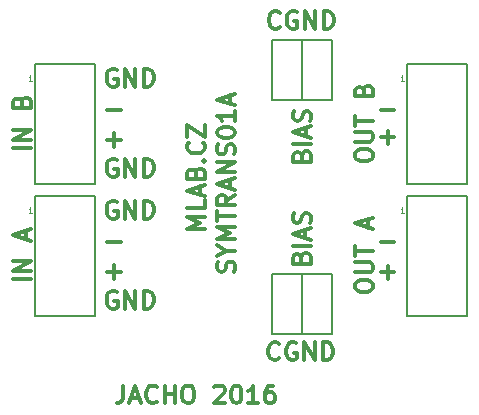
<source format=gbr>
G04 #@! TF.FileFunction,Legend,Top*
%FSLAX46Y46*%
G04 Gerber Fmt 4.6, Leading zero omitted, Abs format (unit mm)*
G04 Created by KiCad (PCBNEW (2016-09-17 revision 679eef1)-makepkg) date 09/22/16 11:02:43*
%MOMM*%
%LPD*%
G01*
G04 APERTURE LIST*
%ADD10C,0.150000*%
%ADD11C,0.300000*%
%ADD12C,0.050000*%
G04 APERTURE END LIST*
D10*
D11*
X23222971Y6017485D02*
X23151542Y5946057D01*
X22937257Y5874628D01*
X22794400Y5874628D01*
X22580114Y5946057D01*
X22437257Y6088914D01*
X22365828Y6231771D01*
X22294400Y6517485D01*
X22294400Y6731771D01*
X22365828Y7017485D01*
X22437257Y7160342D01*
X22580114Y7303200D01*
X22794400Y7374628D01*
X22937257Y7374628D01*
X23151542Y7303200D01*
X23222971Y7231771D01*
X24651542Y7303200D02*
X24508685Y7374628D01*
X24294400Y7374628D01*
X24080114Y7303200D01*
X23937257Y7160342D01*
X23865828Y7017485D01*
X23794400Y6731771D01*
X23794400Y6517485D01*
X23865828Y6231771D01*
X23937257Y6088914D01*
X24080114Y5946057D01*
X24294400Y5874628D01*
X24437257Y5874628D01*
X24651542Y5946057D01*
X24722971Y6017485D01*
X24722971Y6517485D01*
X24437257Y6517485D01*
X25365828Y5874628D02*
X25365828Y7374628D01*
X26222971Y5874628D01*
X26222971Y7374628D01*
X26937257Y5874628D02*
X26937257Y7374628D01*
X27294400Y7374628D01*
X27508685Y7303200D01*
X27651542Y7160342D01*
X27722971Y7017485D01*
X27794400Y6731771D01*
X27794400Y6517485D01*
X27722971Y6231771D01*
X27651542Y6088914D01*
X27508685Y5946057D01*
X27294400Y5874628D01*
X26937257Y5874628D01*
X23273771Y34059085D02*
X23202342Y33987657D01*
X22988057Y33916228D01*
X22845200Y33916228D01*
X22630914Y33987657D01*
X22488057Y34130514D01*
X22416628Y34273371D01*
X22345200Y34559085D01*
X22345200Y34773371D01*
X22416628Y35059085D01*
X22488057Y35201942D01*
X22630914Y35344800D01*
X22845200Y35416228D01*
X22988057Y35416228D01*
X23202342Y35344800D01*
X23273771Y35273371D01*
X24702342Y35344800D02*
X24559485Y35416228D01*
X24345200Y35416228D01*
X24130914Y35344800D01*
X23988057Y35201942D01*
X23916628Y35059085D01*
X23845200Y34773371D01*
X23845200Y34559085D01*
X23916628Y34273371D01*
X23988057Y34130514D01*
X24130914Y33987657D01*
X24345200Y33916228D01*
X24488057Y33916228D01*
X24702342Y33987657D01*
X24773771Y34059085D01*
X24773771Y34559085D01*
X24488057Y34559085D01*
X25416628Y33916228D02*
X25416628Y35416228D01*
X26273771Y33916228D01*
X26273771Y35416228D01*
X26988057Y33916228D02*
X26988057Y35416228D01*
X27345200Y35416228D01*
X27559485Y35344800D01*
X27702342Y35201942D01*
X27773771Y35059085D01*
X27845200Y34773371D01*
X27845200Y34559085D01*
X27773771Y34273371D01*
X27702342Y34130514D01*
X27559485Y33987657D01*
X27345200Y33916228D01*
X26988057Y33916228D01*
X25089657Y14547257D02*
X25161085Y14761542D01*
X25232514Y14832971D01*
X25375371Y14904400D01*
X25589657Y14904400D01*
X25732514Y14832971D01*
X25803942Y14761542D01*
X25875371Y14618685D01*
X25875371Y14047257D01*
X24375371Y14047257D01*
X24375371Y14547257D01*
X24446800Y14690114D01*
X24518228Y14761542D01*
X24661085Y14832971D01*
X24803942Y14832971D01*
X24946800Y14761542D01*
X25018228Y14690114D01*
X25089657Y14547257D01*
X25089657Y14047257D01*
X25875371Y15547257D02*
X24375371Y15547257D01*
X25446800Y16190114D02*
X25446800Y16904400D01*
X25875371Y16047257D02*
X24375371Y16547257D01*
X25875371Y17047257D01*
X25803942Y17475828D02*
X25875371Y17690114D01*
X25875371Y18047257D01*
X25803942Y18190114D01*
X25732514Y18261542D01*
X25589657Y18332971D01*
X25446800Y18332971D01*
X25303942Y18261542D01*
X25232514Y18190114D01*
X25161085Y18047257D01*
X25089657Y17761542D01*
X25018228Y17618685D01*
X24946800Y17547257D01*
X24803942Y17475828D01*
X24661085Y17475828D01*
X24518228Y17547257D01*
X24446800Y17618685D01*
X24375371Y17761542D01*
X24375371Y18118685D01*
X24446800Y18332971D01*
X25140457Y23183257D02*
X25211885Y23397542D01*
X25283314Y23468971D01*
X25426171Y23540400D01*
X25640457Y23540400D01*
X25783314Y23468971D01*
X25854742Y23397542D01*
X25926171Y23254685D01*
X25926171Y22683257D01*
X24426171Y22683257D01*
X24426171Y23183257D01*
X24497600Y23326114D01*
X24569028Y23397542D01*
X24711885Y23468971D01*
X24854742Y23468971D01*
X24997600Y23397542D01*
X25069028Y23326114D01*
X25140457Y23183257D01*
X25140457Y22683257D01*
X25926171Y24183257D02*
X24426171Y24183257D01*
X25497600Y24826114D02*
X25497600Y25540400D01*
X25926171Y24683257D02*
X24426171Y25183257D01*
X25926171Y25683257D01*
X25854742Y26111828D02*
X25926171Y26326114D01*
X25926171Y26683257D01*
X25854742Y26826114D01*
X25783314Y26897542D01*
X25640457Y26968971D01*
X25497600Y26968971D01*
X25354742Y26897542D01*
X25283314Y26826114D01*
X25211885Y26683257D01*
X25140457Y26397542D01*
X25069028Y26254685D01*
X24997600Y26183257D01*
X24854742Y26111828D01*
X24711885Y26111828D01*
X24569028Y26183257D01*
X24497600Y26254685D01*
X24426171Y26397542D01*
X24426171Y26754685D01*
X24497600Y26968971D01*
X10026628Y3717028D02*
X10026628Y2645600D01*
X9955200Y2431314D01*
X9812342Y2288457D01*
X9598057Y2217028D01*
X9455200Y2217028D01*
X10669485Y2645600D02*
X11383771Y2645600D01*
X10526628Y2217028D02*
X11026628Y3717028D01*
X11526628Y2217028D01*
X12883771Y2359885D02*
X12812342Y2288457D01*
X12598057Y2217028D01*
X12455200Y2217028D01*
X12240914Y2288457D01*
X12098057Y2431314D01*
X12026628Y2574171D01*
X11955200Y2859885D01*
X11955200Y3074171D01*
X12026628Y3359885D01*
X12098057Y3502742D01*
X12240914Y3645600D01*
X12455200Y3717028D01*
X12598057Y3717028D01*
X12812342Y3645600D01*
X12883771Y3574171D01*
X13526628Y2217028D02*
X13526628Y3717028D01*
X13526628Y3002742D02*
X14383771Y3002742D01*
X14383771Y2217028D02*
X14383771Y3717028D01*
X15383771Y3717028D02*
X15669485Y3717028D01*
X15812342Y3645600D01*
X15955200Y3502742D01*
X16026628Y3217028D01*
X16026628Y2717028D01*
X15955200Y2431314D01*
X15812342Y2288457D01*
X15669485Y2217028D01*
X15383771Y2217028D01*
X15240914Y2288457D01*
X15098057Y2431314D01*
X15026628Y2717028D01*
X15026628Y3217028D01*
X15098057Y3502742D01*
X15240914Y3645600D01*
X15383771Y3717028D01*
X17740914Y3574171D02*
X17812342Y3645600D01*
X17955200Y3717028D01*
X18312342Y3717028D01*
X18455200Y3645600D01*
X18526628Y3574171D01*
X18598057Y3431314D01*
X18598057Y3288457D01*
X18526628Y3074171D01*
X17669485Y2217028D01*
X18598057Y2217028D01*
X19526628Y3717028D02*
X19669485Y3717028D01*
X19812342Y3645600D01*
X19883771Y3574171D01*
X19955200Y3431314D01*
X20026628Y3145600D01*
X20026628Y2788457D01*
X19955200Y2502742D01*
X19883771Y2359885D01*
X19812342Y2288457D01*
X19669485Y2217028D01*
X19526628Y2217028D01*
X19383771Y2288457D01*
X19312342Y2359885D01*
X19240914Y2502742D01*
X19169485Y2788457D01*
X19169485Y3145600D01*
X19240914Y3431314D01*
X19312342Y3574171D01*
X19383771Y3645600D01*
X19526628Y3717028D01*
X21455200Y2217028D02*
X20598057Y2217028D01*
X21026628Y2217028D02*
X21026628Y3717028D01*
X20883771Y3502742D01*
X20740914Y3359885D01*
X20598057Y3288457D01*
X22740914Y3717028D02*
X22455200Y3717028D01*
X22312342Y3645600D01*
X22240914Y3574171D01*
X22098057Y3359885D01*
X22026628Y3074171D01*
X22026628Y2502742D01*
X22098057Y2359885D01*
X22169485Y2288457D01*
X22312342Y2217028D01*
X22598057Y2217028D01*
X22740914Y2288457D01*
X22812342Y2359885D01*
X22883771Y2502742D01*
X22883771Y2859885D01*
X22812342Y3002742D01*
X22740914Y3074171D01*
X22598057Y3145600D01*
X22312342Y3145600D01*
X22169485Y3074171D01*
X22098057Y3002742D01*
X22026628Y2859885D01*
X16934571Y17014571D02*
X15434571Y17014571D01*
X16506000Y17514571D01*
X15434571Y18014571D01*
X16934571Y18014571D01*
X16934571Y19443142D02*
X16934571Y18728857D01*
X15434571Y18728857D01*
X16506000Y19871714D02*
X16506000Y20586000D01*
X16934571Y19728857D02*
X15434571Y20228857D01*
X16934571Y20728857D01*
X16148857Y21728857D02*
X16220285Y21943142D01*
X16291714Y22014571D01*
X16434571Y22086000D01*
X16648857Y22086000D01*
X16791714Y22014571D01*
X16863142Y21943142D01*
X16934571Y21800285D01*
X16934571Y21228857D01*
X15434571Y21228857D01*
X15434571Y21728857D01*
X15506000Y21871714D01*
X15577428Y21943142D01*
X15720285Y22014571D01*
X15863142Y22014571D01*
X16006000Y21943142D01*
X16077428Y21871714D01*
X16148857Y21728857D01*
X16148857Y21228857D01*
X16791714Y22728857D02*
X16863142Y22800285D01*
X16934571Y22728857D01*
X16863142Y22657428D01*
X16791714Y22728857D01*
X16934571Y22728857D01*
X16791714Y24300285D02*
X16863142Y24228857D01*
X16934571Y24014571D01*
X16934571Y23871714D01*
X16863142Y23657428D01*
X16720285Y23514571D01*
X16577428Y23443142D01*
X16291714Y23371714D01*
X16077428Y23371714D01*
X15791714Y23443142D01*
X15648857Y23514571D01*
X15506000Y23657428D01*
X15434571Y23871714D01*
X15434571Y24014571D01*
X15506000Y24228857D01*
X15577428Y24300285D01*
X15434571Y24800285D02*
X15434571Y25800285D01*
X16934571Y24800285D01*
X16934571Y25800285D01*
X19403142Y13363714D02*
X19474571Y13578000D01*
X19474571Y13935142D01*
X19403142Y14078000D01*
X19331714Y14149428D01*
X19188857Y14220857D01*
X19046000Y14220857D01*
X18903142Y14149428D01*
X18831714Y14078000D01*
X18760285Y13935142D01*
X18688857Y13649428D01*
X18617428Y13506571D01*
X18546000Y13435142D01*
X18403142Y13363714D01*
X18260285Y13363714D01*
X18117428Y13435142D01*
X18046000Y13506571D01*
X17974571Y13649428D01*
X17974571Y14006571D01*
X18046000Y14220857D01*
X18760285Y15149428D02*
X19474571Y15149428D01*
X17974571Y14649428D02*
X18760285Y15149428D01*
X17974571Y15649428D01*
X19474571Y16149428D02*
X17974571Y16149428D01*
X19046000Y16649428D01*
X17974571Y17149428D01*
X19474571Y17149428D01*
X17974571Y17649428D02*
X17974571Y18506571D01*
X19474571Y18078000D02*
X17974571Y18078000D01*
X19474571Y19863714D02*
X18760285Y19363714D01*
X19474571Y19006571D02*
X17974571Y19006571D01*
X17974571Y19578000D01*
X18046000Y19720857D01*
X18117428Y19792285D01*
X18260285Y19863714D01*
X18474571Y19863714D01*
X18617428Y19792285D01*
X18688857Y19720857D01*
X18760285Y19578000D01*
X18760285Y19006571D01*
X19046000Y20435142D02*
X19046000Y21149428D01*
X19474571Y20292285D02*
X17974571Y20792285D01*
X19474571Y21292285D01*
X19474571Y21792285D02*
X17974571Y21792285D01*
X19474571Y22649428D01*
X17974571Y22649428D01*
X19403142Y23292285D02*
X19474571Y23506571D01*
X19474571Y23863714D01*
X19403142Y24006571D01*
X19331714Y24078000D01*
X19188857Y24149428D01*
X19046000Y24149428D01*
X18903142Y24078000D01*
X18831714Y24006571D01*
X18760285Y23863714D01*
X18688857Y23578000D01*
X18617428Y23435142D01*
X18546000Y23363714D01*
X18403142Y23292285D01*
X18260285Y23292285D01*
X18117428Y23363714D01*
X18046000Y23435142D01*
X17974571Y23578000D01*
X17974571Y23935142D01*
X18046000Y24149428D01*
X17974571Y25078000D02*
X17974571Y25220857D01*
X18046000Y25363714D01*
X18117428Y25435142D01*
X18260285Y25506571D01*
X18546000Y25578000D01*
X18903142Y25578000D01*
X19188857Y25506571D01*
X19331714Y25435142D01*
X19403142Y25363714D01*
X19474571Y25220857D01*
X19474571Y25078000D01*
X19403142Y24935142D01*
X19331714Y24863714D01*
X19188857Y24792285D01*
X18903142Y24720857D01*
X18546000Y24720857D01*
X18260285Y24792285D01*
X18117428Y24863714D01*
X18046000Y24935142D01*
X17974571Y25078000D01*
X19474571Y27006571D02*
X19474571Y26149428D01*
X19474571Y26578000D02*
X17974571Y26578000D01*
X18188857Y26435142D01*
X18331714Y26292285D01*
X18403142Y26149428D01*
X19046000Y27578000D02*
X19046000Y28292285D01*
X19474571Y27435142D02*
X17974571Y27935142D01*
X19474571Y28435142D01*
X32975857Y24745142D02*
X31833000Y24745142D01*
X32404428Y25316571D02*
X32404428Y24173714D01*
X9465857Y11672000D02*
X9323000Y11743428D01*
X9108714Y11743428D01*
X8894428Y11672000D01*
X8751571Y11529142D01*
X8680142Y11386285D01*
X8608714Y11100571D01*
X8608714Y10886285D01*
X8680142Y10600571D01*
X8751571Y10457714D01*
X8894428Y10314857D01*
X9108714Y10243428D01*
X9251571Y10243428D01*
X9465857Y10314857D01*
X9537285Y10386285D01*
X9537285Y10886285D01*
X9251571Y10886285D01*
X10180142Y10243428D02*
X10180142Y11743428D01*
X11037285Y10243428D01*
X11037285Y11743428D01*
X11751571Y10243428D02*
X11751571Y11743428D01*
X12108714Y11743428D01*
X12323000Y11672000D01*
X12465857Y11529142D01*
X12537285Y11386285D01*
X12608714Y11100571D01*
X12608714Y10886285D01*
X12537285Y10600571D01*
X12465857Y10457714D01*
X12323000Y10314857D01*
X12108714Y10243428D01*
X11751571Y10243428D01*
X9465857Y19292000D02*
X9323000Y19363428D01*
X9108714Y19363428D01*
X8894428Y19292000D01*
X8751571Y19149142D01*
X8680142Y19006285D01*
X8608714Y18720571D01*
X8608714Y18506285D01*
X8680142Y18220571D01*
X8751571Y18077714D01*
X8894428Y17934857D01*
X9108714Y17863428D01*
X9251571Y17863428D01*
X9465857Y17934857D01*
X9537285Y18006285D01*
X9537285Y18506285D01*
X9251571Y18506285D01*
X10180142Y17863428D02*
X10180142Y19363428D01*
X11037285Y17863428D01*
X11037285Y19363428D01*
X11751571Y17863428D02*
X11751571Y19363428D01*
X12108714Y19363428D01*
X12323000Y19292000D01*
X12465857Y19149142D01*
X12537285Y19006285D01*
X12608714Y18720571D01*
X12608714Y18506285D01*
X12537285Y18220571D01*
X12465857Y18077714D01*
X12323000Y17934857D01*
X12108714Y17863428D01*
X11751571Y17863428D01*
X9465857Y22848000D02*
X9323000Y22919428D01*
X9108714Y22919428D01*
X8894428Y22848000D01*
X8751571Y22705142D01*
X8680142Y22562285D01*
X8608714Y22276571D01*
X8608714Y22062285D01*
X8680142Y21776571D01*
X8751571Y21633714D01*
X8894428Y21490857D01*
X9108714Y21419428D01*
X9251571Y21419428D01*
X9465857Y21490857D01*
X9537285Y21562285D01*
X9537285Y22062285D01*
X9251571Y22062285D01*
X10180142Y21419428D02*
X10180142Y22919428D01*
X11037285Y21419428D01*
X11037285Y22919428D01*
X11751571Y21419428D02*
X11751571Y22919428D01*
X12108714Y22919428D01*
X12323000Y22848000D01*
X12465857Y22705142D01*
X12537285Y22562285D01*
X12608714Y22276571D01*
X12608714Y22062285D01*
X12537285Y21776571D01*
X12465857Y21633714D01*
X12323000Y21490857D01*
X12108714Y21419428D01*
X11751571Y21419428D01*
X9465857Y30468000D02*
X9323000Y30539428D01*
X9108714Y30539428D01*
X8894428Y30468000D01*
X8751571Y30325142D01*
X8680142Y30182285D01*
X8608714Y29896571D01*
X8608714Y29682285D01*
X8680142Y29396571D01*
X8751571Y29253714D01*
X8894428Y29110857D01*
X9108714Y29039428D01*
X9251571Y29039428D01*
X9465857Y29110857D01*
X9537285Y29182285D01*
X9537285Y29682285D01*
X9251571Y29682285D01*
X10180142Y29039428D02*
X10180142Y30539428D01*
X11037285Y29039428D01*
X11037285Y30539428D01*
X11751571Y29039428D02*
X11751571Y30539428D01*
X12108714Y30539428D01*
X12323000Y30468000D01*
X12465857Y30325142D01*
X12537285Y30182285D01*
X12608714Y29896571D01*
X12608714Y29682285D01*
X12537285Y29396571D01*
X12465857Y29253714D01*
X12323000Y29110857D01*
X12108714Y29039428D01*
X11751571Y29039428D01*
X8680142Y15894857D02*
X9823000Y15894857D01*
X8680142Y13354857D02*
X9823000Y13354857D01*
X9251571Y12783428D02*
X9251571Y13926285D01*
X8680142Y27070857D02*
X9823000Y27070857D01*
X29658571Y12017714D02*
X29658571Y12303428D01*
X29730000Y12446285D01*
X29872857Y12589142D01*
X30158571Y12660571D01*
X30658571Y12660571D01*
X30944285Y12589142D01*
X31087142Y12446285D01*
X31158571Y12303428D01*
X31158571Y12017714D01*
X31087142Y11874857D01*
X30944285Y11732000D01*
X30658571Y11660571D01*
X30158571Y11660571D01*
X29872857Y11732000D01*
X29730000Y11874857D01*
X29658571Y12017714D01*
X29658571Y13303428D02*
X30872857Y13303428D01*
X31015714Y13374857D01*
X31087142Y13446285D01*
X31158571Y13589142D01*
X31158571Y13874857D01*
X31087142Y14017714D01*
X31015714Y14089142D01*
X30872857Y14160571D01*
X29658571Y14160571D01*
X29658571Y14660571D02*
X29658571Y15517714D01*
X31158571Y15089142D02*
X29658571Y15089142D01*
X30730000Y17089142D02*
X30730000Y17803428D01*
X31158571Y16946285D02*
X29658571Y17446285D01*
X31158571Y17946285D01*
X32975857Y15855142D02*
X31833000Y15855142D01*
X32975857Y27031142D02*
X31833000Y27031142D01*
X32975857Y13315142D02*
X31833000Y13315142D01*
X32404428Y13886571D02*
X32404428Y12743714D01*
X8680142Y24530857D02*
X9823000Y24530857D01*
X9251571Y23959428D02*
X9251571Y25102285D01*
X29658571Y23086571D02*
X29658571Y23372285D01*
X29730000Y23515142D01*
X29872857Y23658000D01*
X30158571Y23729428D01*
X30658571Y23729428D01*
X30944285Y23658000D01*
X31087142Y23515142D01*
X31158571Y23372285D01*
X31158571Y23086571D01*
X31087142Y22943714D01*
X30944285Y22800857D01*
X30658571Y22729428D01*
X30158571Y22729428D01*
X29872857Y22800857D01*
X29730000Y22943714D01*
X29658571Y23086571D01*
X29658571Y24372285D02*
X30872857Y24372285D01*
X31015714Y24443714D01*
X31087142Y24515142D01*
X31158571Y24658000D01*
X31158571Y24943714D01*
X31087142Y25086571D01*
X31015714Y25158000D01*
X30872857Y25229428D01*
X29658571Y25229428D01*
X29658571Y25729428D02*
X29658571Y26586571D01*
X31158571Y26158000D02*
X29658571Y26158000D01*
X30372857Y28729428D02*
X30444285Y28943714D01*
X30515714Y29015142D01*
X30658571Y29086571D01*
X30872857Y29086571D01*
X31015714Y29015142D01*
X31087142Y28943714D01*
X31158571Y28800857D01*
X31158571Y28229428D01*
X29658571Y28229428D01*
X29658571Y28729428D01*
X29730000Y28872285D01*
X29801428Y28943714D01*
X29944285Y29015142D01*
X30087142Y29015142D01*
X30230000Y28943714D01*
X30301428Y28872285D01*
X30372857Y28729428D01*
X30372857Y28229428D01*
X2202571Y12732000D02*
X702571Y12732000D01*
X2202571Y13446285D02*
X702571Y13446285D01*
X2202571Y14303428D01*
X702571Y14303428D01*
X1774000Y16089142D02*
X1774000Y16803428D01*
X2202571Y15946285D02*
X702571Y16446285D01*
X2202571Y16946285D01*
X2202571Y23800857D02*
X702571Y23800857D01*
X2202571Y24515142D02*
X702571Y24515142D01*
X2202571Y25372285D01*
X702571Y25372285D01*
X1416857Y27729428D02*
X1488285Y27943714D01*
X1559714Y28015142D01*
X1702571Y28086571D01*
X1916857Y28086571D01*
X2059714Y28015142D01*
X2131142Y27943714D01*
X2202571Y27800857D01*
X2202571Y27229428D01*
X702571Y27229428D01*
X702571Y27729428D01*
X774000Y27872285D01*
X845428Y27943714D01*
X988285Y28015142D01*
X1131142Y28015142D01*
X1274000Y27943714D01*
X1345428Y27872285D01*
X1416857Y27729428D01*
X1416857Y27229428D01*
D10*
X2540000Y30988000D02*
X7620000Y30988000D01*
X7620000Y30988000D02*
X7620000Y20828000D01*
X7620000Y20828000D02*
X2540000Y20828000D01*
X2540000Y20828000D02*
X2540000Y30988000D01*
X34036000Y19812000D02*
X39116000Y19812000D01*
X39116000Y19812000D02*
X39116000Y9652000D01*
X39116000Y9652000D02*
X34036000Y9652000D01*
X34036000Y9652000D02*
X34036000Y19812000D01*
X34036000Y30988000D02*
X39116000Y30988000D01*
X39116000Y30988000D02*
X39116000Y20828000D01*
X39116000Y20828000D02*
X34036000Y20828000D01*
X34036000Y20828000D02*
X34036000Y30988000D01*
X25146000Y13208000D02*
X25146000Y8128000D01*
X25146000Y8128000D02*
X22606000Y8128000D01*
X22606000Y8128000D02*
X22606000Y13208000D01*
X22606000Y13208000D02*
X25146000Y13208000D01*
X27686000Y13208000D02*
X27686000Y8128000D01*
X27686000Y8128000D02*
X25146000Y8128000D01*
X25146000Y8128000D02*
X25146000Y13208000D01*
X25146000Y13208000D02*
X27686000Y13208000D01*
X2540000Y19812000D02*
X7620000Y19812000D01*
X7620000Y19812000D02*
X7620000Y9652000D01*
X7620000Y9652000D02*
X2540000Y9652000D01*
X2540000Y9652000D02*
X2540000Y19812000D01*
X25146000Y27940000D02*
X25146000Y33020000D01*
X25146000Y33020000D02*
X27686000Y33020000D01*
X27686000Y33020000D02*
X27686000Y27940000D01*
X27686000Y27940000D02*
X25146000Y27940000D01*
X22606000Y27940000D02*
X22606000Y33020000D01*
X22606000Y33020000D02*
X25146000Y33020000D01*
X25146000Y33020000D02*
X25146000Y27940000D01*
X25146000Y27940000D02*
X22606000Y27940000D01*
D12*
X2301857Y29491809D02*
X2016142Y29491809D01*
X2159000Y29491809D02*
X2159000Y29991809D01*
X2111380Y29920380D01*
X2063761Y29872761D01*
X2016142Y29848952D01*
X33797857Y18315809D02*
X33512142Y18315809D01*
X33655000Y18315809D02*
X33655000Y18815809D01*
X33607380Y18744380D01*
X33559761Y18696761D01*
X33512142Y18672952D01*
X33797857Y29491809D02*
X33512142Y29491809D01*
X33655000Y29491809D02*
X33655000Y29991809D01*
X33607380Y29920380D01*
X33559761Y29872761D01*
X33512142Y29848952D01*
X2301857Y18315809D02*
X2016142Y18315809D01*
X2159000Y18315809D02*
X2159000Y18815809D01*
X2111380Y18744380D01*
X2063761Y18696761D01*
X2016142Y18672952D01*
M02*

</source>
